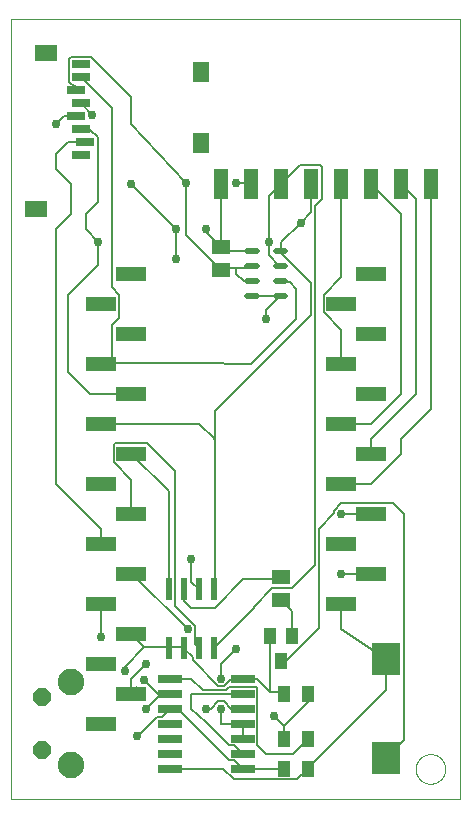
<source format=gtl>
G75*
%MOIN*%
%OFA0B0*%
%FSLAX25Y25*%
%IPPOS*%
%LPD*%
%AMOC8*
5,1,8,0,0,1.08239X$1,22.5*
%
%ADD10C,0.00000*%
%ADD11R,0.08000X0.02600*%
%ADD12R,0.04331X0.05512*%
%ADD13OC8,0.06000*%
%ADD14C,0.08850*%
%ADD15R,0.07480X0.05512*%
%ADD16R,0.05512X0.07087*%
%ADD17R,0.05906X0.02756*%
%ADD18R,0.03937X0.05512*%
%ADD19R,0.05906X0.05118*%
%ADD20R,0.02200X0.07800*%
%ADD21C,0.02165*%
%ADD22R,0.06299X0.05118*%
%ADD23R,0.09488X0.10669*%
%ADD24R,0.10000X0.05000*%
%ADD25R,0.05000X0.10000*%
%ADD26C,0.00600*%
%ADD27C,0.02978*%
D10*
X0057595Y0123933D02*
X0057595Y0383776D01*
X0207201Y0383776D01*
X0207201Y0123933D01*
X0057595Y0123933D01*
X0192438Y0133776D02*
X0192440Y0133916D01*
X0192446Y0134056D01*
X0192456Y0134195D01*
X0192470Y0134334D01*
X0192488Y0134473D01*
X0192509Y0134611D01*
X0192535Y0134749D01*
X0192565Y0134886D01*
X0192598Y0135021D01*
X0192636Y0135156D01*
X0192677Y0135290D01*
X0192722Y0135423D01*
X0192770Y0135554D01*
X0192823Y0135683D01*
X0192879Y0135812D01*
X0192938Y0135938D01*
X0193002Y0136063D01*
X0193068Y0136186D01*
X0193139Y0136307D01*
X0193212Y0136426D01*
X0193289Y0136543D01*
X0193370Y0136657D01*
X0193453Y0136769D01*
X0193540Y0136879D01*
X0193630Y0136987D01*
X0193722Y0137091D01*
X0193818Y0137193D01*
X0193917Y0137293D01*
X0194018Y0137389D01*
X0194122Y0137483D01*
X0194229Y0137573D01*
X0194338Y0137660D01*
X0194450Y0137745D01*
X0194564Y0137826D01*
X0194680Y0137904D01*
X0194798Y0137978D01*
X0194919Y0138049D01*
X0195041Y0138117D01*
X0195166Y0138181D01*
X0195292Y0138242D01*
X0195419Y0138299D01*
X0195549Y0138352D01*
X0195680Y0138402D01*
X0195812Y0138447D01*
X0195945Y0138490D01*
X0196080Y0138528D01*
X0196215Y0138562D01*
X0196352Y0138593D01*
X0196489Y0138620D01*
X0196627Y0138642D01*
X0196766Y0138661D01*
X0196905Y0138676D01*
X0197044Y0138687D01*
X0197184Y0138694D01*
X0197324Y0138697D01*
X0197464Y0138696D01*
X0197604Y0138691D01*
X0197743Y0138682D01*
X0197883Y0138669D01*
X0198022Y0138652D01*
X0198160Y0138631D01*
X0198298Y0138607D01*
X0198435Y0138578D01*
X0198571Y0138546D01*
X0198706Y0138509D01*
X0198840Y0138469D01*
X0198973Y0138425D01*
X0199104Y0138377D01*
X0199234Y0138326D01*
X0199363Y0138271D01*
X0199490Y0138212D01*
X0199615Y0138149D01*
X0199738Y0138084D01*
X0199860Y0138014D01*
X0199979Y0137941D01*
X0200097Y0137865D01*
X0200212Y0137786D01*
X0200325Y0137703D01*
X0200435Y0137617D01*
X0200543Y0137528D01*
X0200648Y0137436D01*
X0200751Y0137341D01*
X0200851Y0137243D01*
X0200948Y0137143D01*
X0201042Y0137039D01*
X0201134Y0136933D01*
X0201222Y0136825D01*
X0201307Y0136714D01*
X0201389Y0136600D01*
X0201468Y0136484D01*
X0201543Y0136367D01*
X0201615Y0136247D01*
X0201683Y0136125D01*
X0201748Y0136001D01*
X0201810Y0135875D01*
X0201868Y0135748D01*
X0201922Y0135619D01*
X0201973Y0135488D01*
X0202019Y0135356D01*
X0202062Y0135223D01*
X0202102Y0135089D01*
X0202137Y0134954D01*
X0202169Y0134817D01*
X0202196Y0134680D01*
X0202220Y0134542D01*
X0202240Y0134404D01*
X0202256Y0134265D01*
X0202268Y0134125D01*
X0202276Y0133986D01*
X0202280Y0133846D01*
X0202280Y0133706D01*
X0202276Y0133566D01*
X0202268Y0133427D01*
X0202256Y0133287D01*
X0202240Y0133148D01*
X0202220Y0133010D01*
X0202196Y0132872D01*
X0202169Y0132735D01*
X0202137Y0132598D01*
X0202102Y0132463D01*
X0202062Y0132329D01*
X0202019Y0132196D01*
X0201973Y0132064D01*
X0201922Y0131933D01*
X0201868Y0131804D01*
X0201810Y0131677D01*
X0201748Y0131551D01*
X0201683Y0131427D01*
X0201615Y0131305D01*
X0201543Y0131185D01*
X0201468Y0131068D01*
X0201389Y0130952D01*
X0201307Y0130838D01*
X0201222Y0130727D01*
X0201134Y0130619D01*
X0201042Y0130513D01*
X0200948Y0130409D01*
X0200851Y0130309D01*
X0200751Y0130211D01*
X0200648Y0130116D01*
X0200543Y0130024D01*
X0200435Y0129935D01*
X0200325Y0129849D01*
X0200212Y0129766D01*
X0200097Y0129687D01*
X0199979Y0129611D01*
X0199860Y0129538D01*
X0199738Y0129468D01*
X0199615Y0129403D01*
X0199490Y0129340D01*
X0199363Y0129281D01*
X0199234Y0129226D01*
X0199104Y0129175D01*
X0198973Y0129127D01*
X0198840Y0129083D01*
X0198706Y0129043D01*
X0198571Y0129006D01*
X0198435Y0128974D01*
X0198298Y0128945D01*
X0198160Y0128921D01*
X0198022Y0128900D01*
X0197883Y0128883D01*
X0197743Y0128870D01*
X0197604Y0128861D01*
X0197464Y0128856D01*
X0197324Y0128855D01*
X0197184Y0128858D01*
X0197044Y0128865D01*
X0196905Y0128876D01*
X0196766Y0128891D01*
X0196627Y0128910D01*
X0196489Y0128932D01*
X0196352Y0128959D01*
X0196215Y0128990D01*
X0196080Y0129024D01*
X0195945Y0129062D01*
X0195812Y0129105D01*
X0195680Y0129150D01*
X0195549Y0129200D01*
X0195419Y0129253D01*
X0195292Y0129310D01*
X0195166Y0129371D01*
X0195041Y0129435D01*
X0194919Y0129503D01*
X0194798Y0129574D01*
X0194680Y0129648D01*
X0194564Y0129726D01*
X0194450Y0129807D01*
X0194338Y0129892D01*
X0194229Y0129979D01*
X0194122Y0130069D01*
X0194018Y0130163D01*
X0193917Y0130259D01*
X0193818Y0130359D01*
X0193722Y0130461D01*
X0193630Y0130565D01*
X0193540Y0130673D01*
X0193453Y0130783D01*
X0193370Y0130895D01*
X0193289Y0131009D01*
X0193212Y0131126D01*
X0193139Y0131245D01*
X0193068Y0131366D01*
X0193002Y0131489D01*
X0192938Y0131614D01*
X0192879Y0131740D01*
X0192823Y0131869D01*
X0192770Y0131998D01*
X0192722Y0132129D01*
X0192677Y0132262D01*
X0192636Y0132396D01*
X0192598Y0132531D01*
X0192565Y0132666D01*
X0192535Y0132803D01*
X0192509Y0132941D01*
X0192488Y0133079D01*
X0192470Y0133218D01*
X0192456Y0133357D01*
X0192446Y0133496D01*
X0192440Y0133636D01*
X0192438Y0133776D01*
D11*
X0134695Y0133933D03*
X0134695Y0138933D03*
X0134695Y0143933D03*
X0134695Y0148933D03*
X0134695Y0153933D03*
X0134695Y0158933D03*
X0134695Y0163933D03*
X0110495Y0163933D03*
X0110495Y0158933D03*
X0110495Y0153933D03*
X0110495Y0148933D03*
X0110495Y0143933D03*
X0110495Y0138933D03*
X0110495Y0133933D03*
D12*
X0148658Y0133933D03*
X0148658Y0143933D03*
X0156532Y0143933D03*
X0156532Y0133933D03*
X0156532Y0158933D03*
X0148658Y0158933D03*
D13*
X0067695Y0157833D03*
X0067695Y0140033D03*
D14*
X0077495Y0135133D03*
X0077495Y0162733D03*
D15*
X0065745Y0320390D03*
X0069288Y0372358D03*
D16*
X0120863Y0366059D03*
X0120863Y0342437D03*
D17*
X0082280Y0342831D03*
X0080705Y0347161D03*
X0079131Y0351492D03*
X0080705Y0355823D03*
X0079131Y0360154D03*
X0080705Y0364484D03*
X0080705Y0368815D03*
X0080705Y0338500D03*
D18*
X0143855Y0178264D03*
X0147595Y0169602D03*
X0151335Y0178264D03*
D19*
X0147595Y0190193D03*
X0147595Y0197673D03*
D20*
X0125095Y0193633D03*
X0120095Y0193633D03*
X0115095Y0193633D03*
X0110095Y0193633D03*
X0110095Y0174233D03*
X0115095Y0174233D03*
X0120095Y0174233D03*
X0125095Y0174233D03*
D21*
X0136296Y0291551D02*
X0139446Y0291551D01*
X0136296Y0291551D02*
X0136296Y0291551D01*
X0139446Y0291551D01*
X0139446Y0291551D01*
X0139446Y0296472D02*
X0136296Y0296472D01*
X0136296Y0296472D01*
X0139446Y0296472D01*
X0139446Y0296472D01*
X0139446Y0301394D02*
X0136296Y0301394D01*
X0136296Y0301394D01*
X0139446Y0301394D01*
X0139446Y0301394D01*
X0139446Y0306315D02*
X0136296Y0306315D01*
X0136296Y0306315D01*
X0139446Y0306315D01*
X0139446Y0306315D01*
X0145745Y0306315D02*
X0148895Y0306315D01*
X0145745Y0306315D02*
X0145745Y0306315D01*
X0148895Y0306315D01*
X0148895Y0306315D01*
X0148895Y0301394D02*
X0145745Y0301394D01*
X0145745Y0301394D01*
X0148895Y0301394D01*
X0148895Y0301394D01*
X0148895Y0296472D02*
X0145745Y0296472D01*
X0145745Y0296472D01*
X0148895Y0296472D01*
X0148895Y0296472D01*
X0148895Y0291551D02*
X0145745Y0291551D01*
X0145745Y0291551D01*
X0148895Y0291551D01*
X0148895Y0291551D01*
D22*
X0127595Y0299996D03*
X0127595Y0307870D03*
D23*
X0182595Y0170272D03*
X0182595Y0137594D03*
D24*
X0167595Y0188933D03*
X0177595Y0198933D03*
X0167595Y0208933D03*
X0177595Y0218933D03*
X0167595Y0228933D03*
X0177595Y0238933D03*
X0167595Y0248933D03*
X0177595Y0258933D03*
X0167595Y0268933D03*
X0177595Y0278933D03*
X0167595Y0288933D03*
X0177595Y0298933D03*
X0097595Y0298933D03*
X0087595Y0288933D03*
X0097595Y0278933D03*
X0087595Y0268933D03*
X0097595Y0258933D03*
X0087595Y0248933D03*
X0097595Y0238933D03*
X0087595Y0228933D03*
X0097595Y0218933D03*
X0087595Y0208933D03*
X0097595Y0198933D03*
X0087595Y0188933D03*
X0097595Y0178933D03*
X0087595Y0168933D03*
X0097595Y0158933D03*
X0087595Y0148933D03*
D25*
X0127595Y0328933D03*
X0137595Y0328933D03*
X0147595Y0328933D03*
X0157595Y0328933D03*
X0167595Y0328933D03*
X0177595Y0328933D03*
X0187595Y0328933D03*
X0197595Y0328933D03*
D26*
X0197595Y0253933D01*
X0187595Y0243933D01*
X0187595Y0238933D01*
X0177595Y0228933D01*
X0167595Y0228933D01*
X0167617Y0222333D02*
X0165206Y0219923D01*
X0165206Y0218944D01*
X0160195Y0213933D01*
X0160195Y0180933D01*
X0149395Y0170133D01*
X0147595Y0170133D01*
X0147595Y0169602D01*
X0143995Y0177933D02*
X0143995Y0159340D01*
X0139402Y0163933D01*
X0134695Y0163933D01*
X0130974Y0163933D01*
X0128585Y0161544D01*
X0126511Y0161544D01*
X0118095Y0169960D01*
X0118095Y0171159D01*
X0115002Y0174252D01*
X0114595Y0174333D01*
X0110395Y0174333D01*
X0110095Y0174233D01*
X0109795Y0174333D01*
X0101995Y0174333D01*
X0095395Y0167733D01*
X0095395Y0166533D01*
X0097595Y0163933D02*
X0102595Y0168933D01*
X0101995Y0163533D02*
X0106595Y0158933D01*
X0110495Y0158933D01*
X0107595Y0158933D01*
X0102595Y0153933D01*
X0106122Y0151133D02*
X0099922Y0144933D01*
X0099395Y0144933D01*
X0106122Y0151133D02*
X0107695Y0151133D01*
X0110495Y0153933D01*
X0113122Y0153933D01*
X0130322Y0136733D01*
X0131895Y0136733D01*
X0134695Y0133933D01*
X0148658Y0133933D01*
X0151532Y0138933D02*
X0156532Y0143933D01*
X0151532Y0138933D02*
X0142595Y0138933D01*
X0139595Y0141933D01*
X0139595Y0145606D01*
X0139505Y0147170D01*
X0139595Y0147260D01*
X0139595Y0160606D01*
X0139068Y0161133D01*
X0130322Y0161133D01*
X0129322Y0160133D01*
X0121395Y0160133D01*
X0117595Y0163933D01*
X0110495Y0163933D01*
X0115195Y0172533D02*
X0115195Y0173733D01*
X0115095Y0174233D01*
X0115002Y0174252D01*
X0118784Y0175544D02*
X0118784Y0181323D01*
X0112095Y0188012D01*
X0112095Y0233206D01*
X0102968Y0242333D01*
X0092222Y0242333D01*
X0091695Y0241806D01*
X0091695Y0236060D01*
X0097595Y0230160D01*
X0097595Y0218933D01*
X0087595Y0213933D02*
X0087595Y0208933D01*
X0087595Y0209133D01*
X0087595Y0213933D02*
X0072595Y0228933D01*
X0072595Y0313933D01*
X0077595Y0318933D01*
X0077595Y0328933D01*
X0072595Y0333933D01*
X0072595Y0338933D01*
X0076493Y0342831D01*
X0082280Y0342831D01*
X0080995Y0346933D02*
X0080705Y0347161D01*
X0080995Y0346933D02*
X0083995Y0346933D01*
X0086395Y0344533D01*
X0086395Y0322733D01*
X0082595Y0318933D01*
X0082595Y0313933D01*
X0086395Y0309333D01*
X0086395Y0301733D01*
X0076595Y0291933D01*
X0076595Y0266133D01*
X0083795Y0258933D01*
X0097595Y0258933D01*
X0091195Y0269133D02*
X0087595Y0268933D01*
X0087595Y0269133D01*
X0091195Y0269133D01*
X0091195Y0281733D01*
X0093595Y0284133D01*
X0093595Y0291933D01*
X0091195Y0294333D01*
X0091195Y0353994D01*
X0086195Y0358994D01*
X0080705Y0364484D01*
X0079597Y0361046D02*
X0077380Y0362206D01*
X0076853Y0362734D01*
X0076853Y0370566D01*
X0077380Y0371093D01*
X0084031Y0371093D01*
X0091707Y0363417D01*
X0097401Y0357705D01*
X0097401Y0349127D01*
X0097595Y0348933D01*
X0115795Y0329133D01*
X0115795Y0311733D01*
X0127195Y0300333D01*
X0127595Y0299996D01*
X0127795Y0300333D01*
X0128395Y0300933D01*
X0132459Y0300933D01*
X0132595Y0300797D01*
X0132595Y0298933D01*
X0135056Y0296472D01*
X0137871Y0296472D01*
X0137995Y0296733D01*
X0137995Y0300933D02*
X0137871Y0301394D01*
X0137395Y0300933D01*
X0132459Y0300933D01*
X0129368Y0306315D02*
X0127704Y0307979D01*
X0127595Y0307870D01*
X0127595Y0328933D01*
X0132395Y0329133D02*
X0137395Y0329133D01*
X0137595Y0328933D01*
X0143395Y0324733D02*
X0147595Y0328933D01*
X0153795Y0335133D01*
X0160595Y0335133D01*
X0161195Y0334533D01*
X0161195Y0323733D01*
X0158995Y0321533D01*
X0158995Y0201933D01*
X0151195Y0194133D01*
X0144595Y0194133D01*
X0138395Y0187933D01*
X0138395Y0187333D01*
X0125395Y0174333D01*
X0125095Y0174233D01*
X0127595Y0168933D02*
X0132595Y0173933D01*
X0127595Y0168933D02*
X0127595Y0163933D01*
X0126606Y0156322D02*
X0124217Y0153933D01*
X0122595Y0153933D01*
X0122595Y0149460D02*
X0130322Y0141733D01*
X0131895Y0141733D01*
X0134695Y0138933D01*
X0134695Y0143933D02*
X0134695Y0148933D01*
X0127595Y0148933D01*
X0127595Y0153933D01*
X0126606Y0156322D02*
X0128585Y0156322D01*
X0130974Y0153933D01*
X0134695Y0153933D01*
X0134695Y0158933D02*
X0117595Y0158933D01*
X0117595Y0153933D01*
X0122595Y0149460D01*
X0128122Y0133933D02*
X0131778Y0130277D01*
X0152876Y0130277D01*
X0156532Y0133933D01*
X0157938Y0135339D01*
X0182595Y0159996D01*
X0182595Y0170272D01*
X0167595Y0180272D01*
X0167595Y0188933D01*
X0167595Y0198933D02*
X0177595Y0198933D01*
X0177595Y0218933D02*
X0167595Y0218933D01*
X0167617Y0222333D02*
X0184795Y0222333D01*
X0188395Y0218733D01*
X0188395Y0143394D01*
X0182595Y0137594D01*
X0156532Y0155944D02*
X0156532Y0158933D01*
X0156532Y0155944D02*
X0148658Y0148070D01*
X0148658Y0143933D01*
X0148658Y0148070D02*
X0145195Y0151533D01*
X0148658Y0158933D02*
X0148195Y0159333D01*
X0143995Y0159333D01*
X0143995Y0159340D01*
X0143995Y0177933D02*
X0143855Y0178264D01*
X0151195Y0178533D02*
X0151335Y0178264D01*
X0151195Y0178533D02*
X0151195Y0186333D01*
X0147595Y0189933D01*
X0147595Y0190193D01*
X0147595Y0197133D02*
X0147595Y0197673D01*
X0147595Y0197133D02*
X0134995Y0197133D01*
X0125395Y0187533D01*
X0117595Y0187533D01*
X0115195Y0189933D01*
X0115195Y0193533D01*
X0115095Y0193633D01*
X0117595Y0196133D02*
X0120095Y0193633D01*
X0117595Y0196133D02*
X0117595Y0203933D01*
X0125395Y0194133D02*
X0125095Y0193633D01*
X0124795Y0193533D01*
X0124795Y0191733D01*
X0125395Y0194133D02*
X0125395Y0243798D01*
X0120260Y0248933D01*
X0087595Y0248933D01*
X0087595Y0248733D01*
X0097595Y0238933D02*
X0110095Y0226433D01*
X0110095Y0193633D01*
X0097795Y0198933D02*
X0116395Y0180333D01*
X0118784Y0175544D02*
X0120095Y0174233D01*
X0101995Y0174333D02*
X0097795Y0178533D01*
X0097595Y0178933D01*
X0097595Y0163933D02*
X0097595Y0158933D01*
X0099606Y0160944D01*
X0087595Y0177933D02*
X0087595Y0188933D01*
X0097595Y0198933D02*
X0097795Y0198933D01*
X0097795Y0238533D02*
X0097595Y0238933D01*
X0091195Y0269133D02*
X0119995Y0269133D01*
X0137595Y0268933D01*
X0152595Y0283933D01*
X0152595Y0293933D01*
X0150395Y0296133D01*
X0146995Y0296133D01*
X0147320Y0296472D01*
X0147320Y0291551D02*
X0142595Y0286827D01*
X0142595Y0283933D01*
X0137871Y0291551D02*
X0147320Y0291551D01*
X0147320Y0301394D02*
X0146995Y0301533D01*
X0143395Y0305133D01*
X0143395Y0309333D01*
X0143395Y0324733D01*
X0154195Y0315933D02*
X0147595Y0309333D01*
X0147595Y0306333D01*
X0147320Y0306315D01*
X0147595Y0305733D01*
X0157395Y0295933D01*
X0157395Y0285133D01*
X0125395Y0253133D01*
X0125395Y0244102D01*
X0125226Y0243933D01*
X0125395Y0243798D02*
X0125395Y0244102D01*
X0112595Y0303933D02*
X0112595Y0313933D01*
X0097595Y0328933D01*
X0084595Y0351733D02*
X0084595Y0351933D01*
X0080705Y0355823D01*
X0079131Y0360154D02*
X0079597Y0361046D01*
X0086195Y0359133D02*
X0086195Y0358994D01*
X0079131Y0351492D02*
X0075154Y0351492D01*
X0072595Y0348933D01*
X0122595Y0313933D02*
X0122595Y0312870D01*
X0127595Y0307870D01*
X0129368Y0306315D02*
X0137871Y0306315D01*
X0154195Y0315933D02*
X0157595Y0319333D01*
X0157595Y0328933D01*
X0167595Y0328933D02*
X0167595Y0297706D01*
X0161695Y0291806D01*
X0161695Y0286060D01*
X0167595Y0280160D01*
X0167595Y0268933D01*
X0167595Y0248933D02*
X0177595Y0248933D01*
X0187595Y0258933D01*
X0187595Y0318933D01*
X0177595Y0328933D01*
X0187595Y0328933D02*
X0192595Y0323933D01*
X0192595Y0258933D01*
X0177595Y0243933D01*
X0177595Y0238933D01*
X0128122Y0133933D02*
X0110495Y0133933D01*
D27*
X0099395Y0144933D03*
X0102595Y0153933D03*
X0101995Y0163533D03*
X0102595Y0168933D03*
X0095395Y0166533D03*
X0087595Y0177933D03*
X0116395Y0180333D03*
X0127595Y0163933D03*
X0132595Y0173933D03*
X0127595Y0153933D03*
X0122595Y0153933D03*
X0145195Y0151533D03*
X0167595Y0198933D03*
X0167595Y0218933D03*
X0142595Y0283933D03*
X0143395Y0309333D03*
X0154195Y0315933D03*
X0132395Y0329133D03*
X0122595Y0313933D03*
X0115795Y0329133D03*
X0112595Y0313933D03*
X0112595Y0303933D03*
X0097595Y0328933D03*
X0086395Y0309333D03*
X0072595Y0348933D03*
X0084595Y0351733D03*
X0117595Y0203933D03*
M02*

</source>
